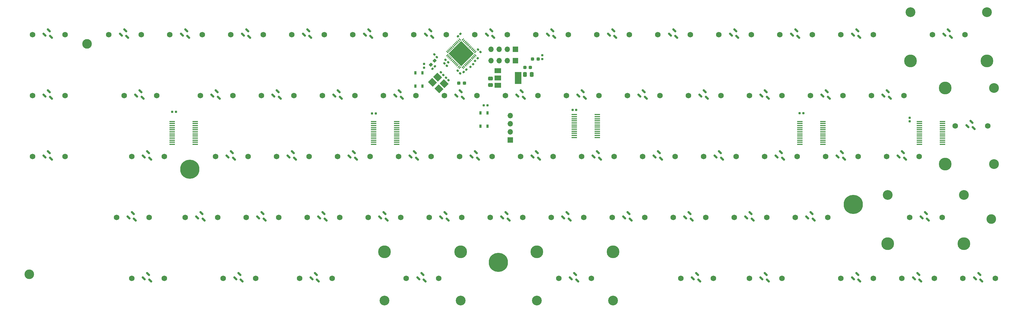
<source format=gbr>
%TF.GenerationSoftware,KiCad,Pcbnew,7.0.7*%
%TF.CreationDate,2023-11-08T12:28:35+01:00*%
%TF.ProjectId,macrolev,6d616372-6f6c-4657-962e-6b696361645f,1.0*%
%TF.SameCoordinates,Original*%
%TF.FileFunction,Soldermask,Bot*%
%TF.FilePolarity,Negative*%
%FSLAX46Y46*%
G04 Gerber Fmt 4.6, Leading zero omitted, Abs format (unit mm)*
G04 Created by KiCad (PCBNEW 7.0.7) date 2023-11-08 12:28:35*
%MOMM*%
%LPD*%
G01*
G04 APERTURE LIST*
G04 Aperture macros list*
%AMRoundRect*
0 Rectangle with rounded corners*
0 $1 Rounding radius*
0 $2 $3 $4 $5 $6 $7 $8 $9 X,Y pos of 4 corners*
0 Add a 4 corners polygon primitive as box body*
4,1,4,$2,$3,$4,$5,$6,$7,$8,$9,$2,$3,0*
0 Add four circle primitives for the rounded corners*
1,1,$1+$1,$2,$3*
1,1,$1+$1,$4,$5*
1,1,$1+$1,$6,$7*
1,1,$1+$1,$8,$9*
0 Add four rect primitives between the rounded corners*
20,1,$1+$1,$2,$3,$4,$5,0*
20,1,$1+$1,$4,$5,$6,$7,0*
20,1,$1+$1,$6,$7,$8,$9,0*
20,1,$1+$1,$8,$9,$2,$3,0*%
%AMRotRect*
0 Rectangle, with rotation*
0 The origin of the aperture is its center*
0 $1 length*
0 $2 width*
0 $3 Rotation angle, in degrees counterclockwise*
0 Add horizontal line*
21,1,$1,$2,0,0,$3*%
G04 Aperture macros list end*
%ADD10C,1.750000*%
%ADD11C,3.048000*%
%ADD12C,3.987800*%
%ADD13RoundRect,0.150000X-0.521491X0.309359X0.309359X-0.521491X0.521491X-0.309359X-0.309359X0.521491X0*%
%ADD14R,1.700000X1.700000*%
%ADD15O,1.700000X1.700000*%
%ADD16RoundRect,0.155000X0.155000X-0.212500X0.155000X0.212500X-0.155000X0.212500X-0.155000X-0.212500X0*%
%ADD17C,3.400000*%
%ADD18C,6.000000*%
%ADD19RoundRect,0.237500X0.300000X0.237500X-0.300000X0.237500X-0.300000X-0.237500X0.300000X-0.237500X0*%
%ADD20RoundRect,0.155000X-0.212500X-0.155000X0.212500X-0.155000X0.212500X0.155000X-0.212500X0.155000X0*%
%ADD21RoundRect,0.155000X0.259862X-0.040659X-0.040659X0.259862X-0.259862X0.040659X0.040659X-0.259862X0*%
%ADD22RoundRect,0.250000X-0.475000X0.337500X-0.475000X-0.337500X0.475000X-0.337500X0.475000X0.337500X0*%
%ADD23RoundRect,0.155000X-0.259862X0.040659X0.040659X-0.259862X0.259862X-0.040659X-0.040659X0.259862X0*%
%ADD24RoundRect,0.160000X-0.197500X-0.160000X0.197500X-0.160000X0.197500X0.160000X-0.197500X0.160000X0*%
%ADD25C,3.000000*%
%ADD26RoundRect,0.155000X-0.040659X-0.259862X0.259862X0.040659X0.040659X0.259862X-0.259862X-0.040659X0*%
%ADD27RoundRect,0.160000X-0.026517X-0.252791X0.252791X0.026517X0.026517X0.252791X-0.252791X-0.026517X0*%
%ADD28R,2.000000X1.500000*%
%ADD29R,2.000000X3.800000*%
%ADD30RoundRect,0.155000X0.040659X0.259862X-0.259862X-0.040659X-0.040659X-0.259862X0.259862X0.040659X0*%
%ADD31RoundRect,0.160000X0.026517X0.252791X-0.252791X-0.026517X-0.026517X-0.252791X0.252791X0.026517X0*%
%ADD32RoundRect,0.237500X0.287500X0.237500X-0.287500X0.237500X-0.287500X-0.237500X0.287500X-0.237500X0*%
%ADD33R,1.750000X0.450000*%
%ADD34R,0.650000X1.050000*%
%ADD35RoundRect,0.250000X-0.337500X-0.475000X0.337500X-0.475000X0.337500X0.475000X-0.337500X0.475000X0*%
%ADD36RoundRect,0.155000X0.212500X0.155000X-0.212500X0.155000X-0.212500X-0.155000X0.212500X-0.155000X0*%
%ADD37RoundRect,0.237500X0.035355X0.371231X-0.371231X-0.035355X-0.035355X-0.371231X0.371231X0.035355X0*%
%ADD38RotRect,2.100000X1.800000X135.000000*%
%ADD39RoundRect,0.160000X0.160000X-0.197500X0.160000X0.197500X-0.160000X0.197500X-0.160000X-0.197500X0*%
%ADD40RoundRect,0.062500X-0.220971X-0.309359X0.309359X0.220971X0.220971X0.309359X-0.309359X-0.220971X0*%
%ADD41RoundRect,0.062500X0.220971X-0.309359X0.309359X-0.220971X-0.220971X0.309359X-0.309359X0.220971X0*%
%ADD42RotRect,5.600000X5.600000X45.000000*%
%ADD43RoundRect,0.160000X-0.160000X0.197500X-0.160000X-0.197500X0.160000X-0.197500X0.160000X0.197500X0*%
G04 APERTURE END LIST*
D10*
%TO.C,( 5*%
X153982500Y-40000000D03*
X164142500Y-40000000D03*
%TD*%
%TO.C,enter*%
X323051250Y-68575000D03*
X333211250Y-68575000D03*
%TD*%
%TO.C,a*%
X87307500Y-59050000D03*
X97467500Y-59050000D03*
%TD*%
%TO.C,e*%
X125407500Y-59050000D03*
X135567500Y-59050000D03*
%TD*%
%TO.C,q*%
X92070000Y-78100000D03*
X102230000Y-78100000D03*
%TD*%
%TO.C,m*%
X263520000Y-78100000D03*
X273680000Y-78100000D03*
%TD*%
%TO.C,; .*%
X234945000Y-97150000D03*
X245105000Y-97150000D03*
%TD*%
%TO.C,j*%
X206370000Y-78100000D03*
X216530000Y-78100000D03*
%TD*%
%TO.C,$ \u002A \u20AC*%
X296857500Y-59050000D03*
X307017500Y-59050000D03*
%TD*%
%TO.C,backspace*%
X315920000Y-40000000D03*
X326080000Y-40000000D03*
%TD*%
%TO.C,y*%
X182557500Y-59050000D03*
X192717500Y-59050000D03*
%TD*%
%TO.C,= +*%
X273045000Y-97150000D03*
X283205000Y-97150000D03*
%TD*%
%TO.C,: /*%
X253995000Y-97150000D03*
X264155000Y-97150000D03*
%TD*%
%TO.C,rshift*%
X308763750Y-97150000D03*
X318923750Y-97150000D03*
%TD*%
D11*
%TO.C,REF\u002A\u002A*%
X216212500Y-123185000D03*
D12*
X216212500Y-107945000D03*
D11*
X192400000Y-123185000D03*
D12*
X192400000Y-107945000D03*
%TD*%
D10*
%TO.C,\u00F9 \u0025*%
X282570000Y-78100000D03*
X292730000Y-78100000D03*
%TD*%
%TO.C,left*%
X287332500Y-116200000D03*
X297492500Y-116200000D03*
%TD*%
%TO.C,f*%
X149220000Y-78100000D03*
X159380000Y-78100000D03*
%TD*%
%TO.C,caps lock*%
X65876250Y-78100000D03*
X76036250Y-78100000D03*
%TD*%
%TO.C,n*%
X196845000Y-97150000D03*
X207005000Y-97150000D03*
%TD*%
%TO.C,` \u00A3*%
X301620000Y-78100000D03*
X311780000Y-78100000D03*
%TD*%
%TO.C,r*%
X144457500Y-59050000D03*
X154617500Y-59050000D03*
%TD*%
%TO.C,t*%
X163507500Y-59050000D03*
X173667500Y-59050000D03*
%TD*%
%TO.C,p*%
X258757500Y-59050000D03*
X268917500Y-59050000D03*
%TD*%
%TO.C,& 1*%
X77782500Y-40000000D03*
X87942500Y-40000000D03*
%TD*%
%TO.C,v*%
X158745000Y-97150000D03*
X168905000Y-97150000D03*
%TD*%
%TO.C,down*%
X306382500Y-116200000D03*
X316542500Y-116200000D03*
%TD*%
%TO.C,- _*%
X287332500Y-40000000D03*
X297492500Y-40000000D03*
%TD*%
%TO.C,c*%
X139695000Y-97150000D03*
X149855000Y-97150000D03*
%TD*%
D11*
%TO.C,REF\u002A\u002A*%
X301937500Y-90165000D03*
D12*
X301937500Y-105405000D03*
D11*
X325750000Y-90165000D03*
D12*
X325750000Y-105405000D03*
%TD*%
D10*
%TO.C,s*%
X111120000Y-78100000D03*
X121280000Y-78100000D03*
%TD*%
%TO.C,d*%
X130170000Y-78100000D03*
X140330000Y-78100000D03*
%TD*%
D11*
%TO.C,REF\u002A\u002A*%
X168587500Y-123185000D03*
D12*
X168587500Y-107945000D03*
D11*
X144775000Y-123185000D03*
D12*
X144775000Y-107945000D03*
%TD*%
D10*
%TO.C,right*%
X325432500Y-116200000D03*
X335592500Y-116200000D03*
%TD*%
%TO.C,ctrl*%
X65876250Y-116200000D03*
X76036250Y-116200000D03*
%TD*%
%TO.C,< >*%
X82545000Y-97150000D03*
X92705000Y-97150000D03*
%TD*%
%TO.C,h*%
X187320000Y-78100000D03*
X197480000Y-78100000D03*
%TD*%
%TO.C,u*%
X201607500Y-59050000D03*
X211767500Y-59050000D03*
%TD*%
%TO.C,i*%
X220657500Y-59050000D03*
X230817500Y-59050000D03*
%TD*%
%TO.C,esc*%
X34920000Y-40000000D03*
X45080000Y-40000000D03*
%TD*%
%TO.C,l*%
X244470000Y-78100000D03*
X254630000Y-78100000D03*
%TD*%
%TO.C,! 8*%
X211132500Y-40000000D03*
X221292500Y-40000000D03*
%TD*%
D11*
%TO.C,REF\u002A\u002A*%
X309081250Y-33015000D03*
D12*
X309081250Y-48255000D03*
D11*
X332893750Y-33015000D03*
D12*
X332893750Y-48255000D03*
%TD*%
D10*
%TO.C,\u002C ?*%
X215895000Y-97150000D03*
X226055000Y-97150000D03*
%TD*%
%TO.C,\u00E9 2*%
X96832500Y-40000000D03*
X106992500Y-40000000D03*
%TD*%
%TO.C,lspace*%
X151601250Y-116200000D03*
X161761250Y-116200000D03*
%TD*%
%TO.C,fn*%
X34920000Y-78100000D03*
X45080000Y-78100000D03*
%TD*%
D12*
%TO.C,REF\u002A\u002A*%
X319876250Y-56668750D03*
X319876250Y-80481250D03*
D11*
X335116250Y-56668750D03*
X335116250Y-80481250D03*
%TD*%
D10*
%TO.C,\u00A7 6*%
X173032500Y-40000000D03*
X183192500Y-40000000D03*
%TD*%
%TO.C,\u00E0 0*%
X249232500Y-40000000D03*
X259392500Y-40000000D03*
%TD*%
%TO.C,option*%
X94451250Y-116200000D03*
X104611250Y-116200000D03*
%TD*%
%TO.C,b*%
X177795000Y-97150000D03*
X187955000Y-97150000D03*
%TD*%
%TO.C,tab*%
X63495000Y-59050000D03*
X73655000Y-59050000D03*
%TD*%
%TO.C," 3*%
X115882500Y-40000000D03*
X126042500Y-40000000D03*
%TD*%
%TO.C,option*%
X258757500Y-116200000D03*
X268917500Y-116200000D03*
%TD*%
%TO.C,w*%
X101595000Y-97150000D03*
X111755000Y-97150000D03*
%TD*%
%TO.C,cmd*%
X118263750Y-116200000D03*
X128423750Y-116200000D03*
%TD*%
%TO.C,' 4*%
X134932500Y-40000000D03*
X145092500Y-40000000D03*
%TD*%
%TO.C,x*%
X120645000Y-97150000D03*
X130805000Y-97150000D03*
%TD*%
%TO.C,g*%
X168270000Y-78100000D03*
X178430000Y-78100000D03*
%TD*%
%TO.C,^ \u00A8*%
X277807500Y-59050000D03*
X287967500Y-59050000D03*
%TD*%
%TO.C,@ #*%
X58732500Y-40000000D03*
X68892500Y-40000000D03*
%TD*%
%TO.C,cmd*%
X237320000Y-116200000D03*
X247480000Y-116200000D03*
%TD*%
%TO.C,lshift*%
X61113750Y-97150000D03*
X71273750Y-97150000D03*
%TD*%
%TO.C,k*%
X225420000Y-78100000D03*
X235580000Y-78100000D03*
%TD*%
%TO.C,fn2*%
X34920000Y-59050000D03*
X45080000Y-59050000D03*
%TD*%
%TO.C,) \u00B0*%
X268282500Y-40000000D03*
X278442500Y-40000000D03*
%TD*%
%TO.C,rspace*%
X199226250Y-116200000D03*
X209386250Y-116200000D03*
%TD*%
%TO.C,\u00E7 9*%
X230182500Y-40000000D03*
X240342500Y-40000000D03*
%TD*%
%TO.C,\u00E8 7*%
X192082500Y-40000000D03*
X202242500Y-40000000D03*
%TD*%
%TO.C,o*%
X239707500Y-59050000D03*
X249867500Y-59050000D03*
%TD*%
%TO.C,z*%
X106357500Y-59050000D03*
X116517500Y-59050000D03*
%TD*%
D13*
%TO.C,U36*%
X152965336Y-78108839D03*
X154308839Y-76765336D03*
X154962913Y-78762913D03*
%TD*%
D14*
%TO.C,J1*%
X185730000Y-44550000D03*
D15*
X183190000Y-44550000D03*
X180650000Y-44550000D03*
X178110000Y-44550000D03*
%TD*%
D16*
%TO.C,C16*%
X308800000Y-67117500D03*
X308800000Y-65982500D03*
%TD*%
D13*
%TO.C,U62*%
X202971586Y-116208839D03*
X204315089Y-114865336D03*
X204969163Y-116862913D03*
%TD*%
D17*
%TO.C,REF\u002A\u002A*%
X291200000Y-93100000D03*
D18*
X291200000Y-93100000D03*
%TD*%
D13*
%TO.C,U42*%
X267265336Y-78108839D03*
X268608839Y-76765336D03*
X269262913Y-78762913D03*
%TD*%
%TO.C,U48*%
X124390336Y-97158839D03*
X125733839Y-95815336D03*
X126387913Y-97812913D03*
%TD*%
%TO.C,U45*%
X64859086Y-97158839D03*
X66202589Y-95815336D03*
X66856663Y-97812913D03*
%TD*%
D19*
%TO.C,C1*%
X169750000Y-55175000D03*
X168025000Y-55175000D03*
%TD*%
D13*
%TO.C,U50*%
X162490336Y-97158839D03*
X163833839Y-95815336D03*
X164487913Y-97812913D03*
%TD*%
%TO.C,U2*%
X62477836Y-40008839D03*
X63821339Y-38665336D03*
X64475413Y-40662913D03*
%TD*%
%TO.C,U58*%
X69621586Y-116208839D03*
X70965089Y-114865336D03*
X71619163Y-116862913D03*
%TD*%
%TO.C,U29*%
X300602836Y-59058839D03*
X301946339Y-57715336D03*
X302600413Y-59712913D03*
%TD*%
%TO.C,U23*%
X186302836Y-59058839D03*
X187646339Y-57715336D03*
X188300413Y-59712913D03*
%TD*%
%TO.C,U59*%
X98196586Y-116208839D03*
X99540089Y-114865336D03*
X100194163Y-116862913D03*
%TD*%
%TO.C,U22*%
X167252836Y-59058839D03*
X168596339Y-57715336D03*
X169250413Y-59712913D03*
%TD*%
D20*
%TO.C,C17*%
X78532500Y-64150000D03*
X79667500Y-64150000D03*
%TD*%
D13*
%TO.C,U18*%
X91052836Y-59058839D03*
X92396339Y-57715336D03*
X93050413Y-59712913D03*
%TD*%
D21*
%TO.C,C13*%
X163191968Y-52602145D03*
X162389402Y-51799579D03*
%TD*%
D13*
%TO.C,U21*%
X148202836Y-59058839D03*
X149546339Y-57715336D03*
X150200413Y-59712913D03*
%TD*%
D22*
%TO.C,C11*%
X177925000Y-53690832D03*
X177925000Y-55765832D03*
%TD*%
D13*
%TO.C,U28*%
X281552836Y-59058839D03*
X282896339Y-57715336D03*
X283550413Y-59712913D03*
%TD*%
%TO.C,U43*%
X286315336Y-78108839D03*
X287658839Y-76765336D03*
X288312913Y-78762913D03*
%TD*%
%TO.C,U60*%
X122009086Y-116208839D03*
X123352589Y-114865336D03*
X124006663Y-116862913D03*
%TD*%
D23*
%TO.C,C2*%
X167656255Y-51301586D03*
X168458821Y-52104152D03*
%TD*%
D13*
%TO.C,U51*%
X181540336Y-97158839D03*
X182883839Y-95815336D03*
X183537913Y-97812913D03*
%TD*%
%TO.C,U55*%
X257740336Y-97158839D03*
X259083839Y-95815336D03*
X259737913Y-97812913D03*
%TD*%
%TO.C,U30*%
X326796586Y-68583839D03*
X328140089Y-67240336D03*
X328794163Y-69237913D03*
%TD*%
%TO.C,U8*%
X176777836Y-40008839D03*
X178121339Y-38665336D03*
X178775413Y-40662913D03*
%TD*%
D24*
%TO.C,R4*%
X175802500Y-62075000D03*
X176997500Y-62075000D03*
%TD*%
D13*
%TO.C,U1*%
X38665336Y-40008839D03*
X40008839Y-38665336D03*
X40662913Y-40662913D03*
%TD*%
%TO.C,U61*%
X155346586Y-116208839D03*
X156690089Y-114865336D03*
X157344163Y-116862913D03*
%TD*%
D20*
%TO.C,C15*%
X274432500Y-64550000D03*
X275567500Y-64550000D03*
%TD*%
D25*
%TO.C,FID2*%
X51906250Y-42857500D03*
%TD*%
D13*
%TO.C,U27*%
X262502836Y-59058839D03*
X263846339Y-57715336D03*
X264500413Y-59712913D03*
%TD*%
%TO.C,U19*%
X110102836Y-59058839D03*
X111446339Y-57715336D03*
X112100413Y-59712913D03*
%TD*%
%TO.C,U5*%
X119627836Y-40008839D03*
X120971339Y-38665336D03*
X121625413Y-40662913D03*
%TD*%
%TO.C,U47*%
X105340336Y-97158839D03*
X106683839Y-95815336D03*
X107337913Y-97812913D03*
%TD*%
%TO.C,U34*%
X114865336Y-78108839D03*
X116208839Y-76765336D03*
X116862913Y-78762913D03*
%TD*%
D14*
%TO.C,J2*%
X184075000Y-72945000D03*
D15*
X184075000Y-70405000D03*
X184075000Y-67865000D03*
X184075000Y-65325000D03*
%TD*%
D13*
%TO.C,U66*%
X310127836Y-116208839D03*
X311471339Y-114865336D03*
X312125413Y-116862913D03*
%TD*%
%TO.C,U26*%
X243452836Y-59058839D03*
X244796339Y-57715336D03*
X245450413Y-59712913D03*
%TD*%
D26*
%TO.C,C3*%
X169562749Y-51709411D03*
X170365315Y-50906845D03*
%TD*%
D25*
%TO.C,FID1*%
X33850000Y-114900000D03*
%TD*%
D27*
%TO.C,R2*%
X171627501Y-50068923D03*
X172472493Y-49223931D03*
%TD*%
D13*
%TO.C,U6*%
X138677836Y-40008839D03*
X140021339Y-38665336D03*
X140675413Y-40662913D03*
%TD*%
%TO.C,U64*%
X262502836Y-116208839D03*
X263846339Y-114865336D03*
X264500413Y-116862913D03*
%TD*%
D28*
%TO.C,U68*%
X180225000Y-55850000D03*
X180225000Y-53550000D03*
D29*
X186525000Y-53550000D03*
D28*
X180225000Y-51250000D03*
%TD*%
D23*
%TO.C,C6*%
X163873234Y-47872118D03*
X164675800Y-48674684D03*
%TD*%
D30*
%TO.C,C8*%
X160550000Y-49875000D03*
X159747434Y-50677566D03*
%TD*%
D31*
%TO.C,R1*%
X173886707Y-47385454D03*
X173041715Y-48230446D03*
%TD*%
D13*
%TO.C,U56*%
X276790336Y-97158839D03*
X278133839Y-95815336D03*
X278787913Y-97812913D03*
%TD*%
%TO.C,U63*%
X241071586Y-116208839D03*
X242415089Y-114865336D03*
X243069163Y-116862913D03*
%TD*%
D32*
%TO.C,FB2*%
X190375000Y-50250000D03*
X188625000Y-50250000D03*
%TD*%
D13*
%TO.C,U20*%
X129152836Y-59058839D03*
X130496339Y-57715336D03*
X131150413Y-59712913D03*
%TD*%
%TO.C,U7*%
X157727836Y-40008839D03*
X159071339Y-38665336D03*
X159725413Y-40662913D03*
%TD*%
D33*
%TO.C,AMUX4*%
X319082500Y-67140000D03*
X319082500Y-67790000D03*
X319082500Y-68440000D03*
X319082500Y-69090000D03*
X319082500Y-69740000D03*
X319082500Y-70390000D03*
X319082500Y-71040000D03*
X319082500Y-71690000D03*
X319082500Y-72340000D03*
X319082500Y-72990000D03*
X319082500Y-73640000D03*
X319082500Y-74290000D03*
X311882500Y-74290000D03*
X311882500Y-73640000D03*
X311882500Y-72990000D03*
X311882500Y-72340000D03*
X311882500Y-71690000D03*
X311882500Y-71040000D03*
X311882500Y-70390000D03*
X311882500Y-69740000D03*
X311882500Y-69090000D03*
X311882500Y-68440000D03*
X311882500Y-67790000D03*
X311882500Y-67140000D03*
%TD*%
D14*
%TO.C,J3*%
X185730000Y-48150000D03*
D15*
X183190000Y-48150000D03*
X180650000Y-48150000D03*
X178110000Y-48150000D03*
%TD*%
D13*
%TO.C,U52*%
X200590336Y-97158839D03*
X201933839Y-95815336D03*
X202587913Y-97812913D03*
%TD*%
%TO.C,U14*%
X291077836Y-40008839D03*
X292421339Y-38665336D03*
X293075413Y-40662913D03*
%TD*%
%TO.C,U33*%
X95815336Y-78108839D03*
X97158839Y-76765336D03*
X97812913Y-78762913D03*
%TD*%
%TO.C,U44*%
X305365336Y-78108839D03*
X306708839Y-76765336D03*
X307362913Y-78762913D03*
%TD*%
D33*
%TO.C,AMUX3*%
X281725000Y-67140000D03*
X281725000Y-67790000D03*
X281725000Y-68440000D03*
X281725000Y-69090000D03*
X281725000Y-69740000D03*
X281725000Y-70390000D03*
X281725000Y-71040000D03*
X281725000Y-71690000D03*
X281725000Y-72340000D03*
X281725000Y-72990000D03*
X281725000Y-73640000D03*
X281725000Y-74290000D03*
X274525000Y-74290000D03*
X274525000Y-73640000D03*
X274525000Y-72990000D03*
X274525000Y-72340000D03*
X274525000Y-71690000D03*
X274525000Y-71040000D03*
X274525000Y-70390000D03*
X274525000Y-69740000D03*
X274525000Y-69090000D03*
X274525000Y-68440000D03*
X274525000Y-67790000D03*
X274525000Y-67140000D03*
%TD*%
D13*
%TO.C,U16*%
X38665336Y-59058839D03*
X40008839Y-57715336D03*
X40662913Y-59712913D03*
%TD*%
D34*
%TO.C,SW2*%
X174800000Y-64475000D03*
X174800000Y-68625000D03*
X176950000Y-64475000D03*
X176950000Y-68625000D03*
%TD*%
D13*
%TO.C,U12*%
X252977836Y-40008839D03*
X254321339Y-38665336D03*
X254975413Y-40662913D03*
%TD*%
D35*
%TO.C,C10*%
X188687500Y-52450000D03*
X190762500Y-52450000D03*
%TD*%
D13*
%TO.C,U38*%
X191065336Y-78108839D03*
X192408839Y-76765336D03*
X193062913Y-78762913D03*
%TD*%
D36*
%TO.C,C14*%
X204667500Y-63500000D03*
X203532500Y-63500000D03*
%TD*%
D13*
%TO.C,U54*%
X238690336Y-97158839D03*
X240033839Y-95815336D03*
X240687913Y-97812913D03*
%TD*%
%TO.C,U49*%
X143440336Y-97158839D03*
X144783839Y-95815336D03*
X145437913Y-97812913D03*
%TD*%
%TO.C,U9*%
X195827836Y-40008839D03*
X197171339Y-38665336D03*
X197825413Y-40662913D03*
%TD*%
D32*
%TO.C,D1*%
X192775000Y-47600000D03*
X191025000Y-47600000D03*
%TD*%
D13*
%TO.C,U37*%
X172015336Y-78108839D03*
X173358839Y-76765336D03*
X174012913Y-78762913D03*
%TD*%
D30*
%TO.C,C5*%
X168526283Y-39723717D03*
X167723717Y-40526283D03*
%TD*%
D37*
%TO.C,FB1*%
X160493718Y-48131282D03*
X159256282Y-49368718D03*
%TD*%
D13*
%TO.C,U3*%
X81527836Y-40008839D03*
X82871339Y-38665336D03*
X83525413Y-40662913D03*
%TD*%
%TO.C,U25*%
X224402836Y-59058839D03*
X225746339Y-57715336D03*
X226400413Y-59712913D03*
%TD*%
D21*
%TO.C,C9*%
X164307178Y-49752493D03*
X163504612Y-48949927D03*
%TD*%
D13*
%TO.C,U39*%
X210115336Y-78108839D03*
X211458839Y-76765336D03*
X212112913Y-78762913D03*
%TD*%
%TO.C,U46*%
X86290336Y-97158839D03*
X87633839Y-95815336D03*
X88287913Y-97812913D03*
%TD*%
D17*
%TO.C,REF\u002A\u002A*%
X84000000Y-82100000D03*
D18*
X84000000Y-82100000D03*
%TD*%
D13*
%TO.C,U57*%
X312509086Y-97158839D03*
X313852589Y-95815336D03*
X314506663Y-97812913D03*
%TD*%
%TO.C,U17*%
X67240336Y-59058839D03*
X68583839Y-57715336D03*
X69237913Y-59712913D03*
%TD*%
%TO.C,U10*%
X214877836Y-40008839D03*
X216221339Y-38665336D03*
X216875413Y-40662913D03*
%TD*%
%TO.C,U31*%
X38665336Y-78108839D03*
X40008839Y-76765336D03*
X40662913Y-78762913D03*
%TD*%
%TO.C,U65*%
X291077836Y-116208839D03*
X292421339Y-114865336D03*
X293075413Y-116862913D03*
%TD*%
%TO.C,U13*%
X272027836Y-40008839D03*
X273371339Y-38665336D03*
X274025413Y-40662913D03*
%TD*%
D21*
%TO.C,C7*%
X161151283Y-47026283D03*
X160348717Y-46223717D03*
%TD*%
D34*
%TO.C,SW1*%
X154475000Y-51975000D03*
X154475000Y-56125000D03*
X156625000Y-51975000D03*
X156625000Y-56125000D03*
%TD*%
D38*
%TO.C,Y1*%
X161800736Y-56938478D03*
X159750126Y-54887868D03*
X161376472Y-53261522D03*
X163427082Y-55312132D03*
%TD*%
D13*
%TO.C,U40*%
X229165336Y-78108839D03*
X230508839Y-76765336D03*
X231162913Y-78762913D03*
%TD*%
D39*
%TO.C,R5*%
X194100000Y-47597500D03*
X194100000Y-46402500D03*
%TD*%
D13*
%TO.C,U35*%
X133915336Y-78108839D03*
X135258839Y-76765336D03*
X135912913Y-78762913D03*
%TD*%
%TO.C,U15*%
X319652836Y-40008839D03*
X320996339Y-38665336D03*
X321650413Y-40662913D03*
%TD*%
%TO.C,U11*%
X233927836Y-40008839D03*
X235271339Y-38665336D03*
X235925413Y-40662913D03*
%TD*%
D33*
%TO.C,AMUX0*%
X85720000Y-67140000D03*
X85720000Y-67790000D03*
X85720000Y-68440000D03*
X85720000Y-69090000D03*
X85720000Y-69740000D03*
X85720000Y-70390000D03*
X85720000Y-71040000D03*
X85720000Y-71690000D03*
X85720000Y-72340000D03*
X85720000Y-72990000D03*
X85720000Y-73640000D03*
X85720000Y-74290000D03*
X78520000Y-74290000D03*
X78520000Y-73640000D03*
X78520000Y-72990000D03*
X78520000Y-72340000D03*
X78520000Y-71690000D03*
X78520000Y-71040000D03*
X78520000Y-70390000D03*
X78520000Y-69740000D03*
X78520000Y-69090000D03*
X78520000Y-68440000D03*
X78520000Y-67790000D03*
X78520000Y-67140000D03*
%TD*%
D13*
%TO.C,U4*%
X100577836Y-40008839D03*
X101921339Y-38665336D03*
X102575413Y-40662913D03*
%TD*%
D33*
%TO.C,AMUX2*%
X211240000Y-65000000D03*
X211240000Y-65650000D03*
X211240000Y-66300000D03*
X211240000Y-66950000D03*
X211240000Y-67600000D03*
X211240000Y-68250000D03*
X211240000Y-68900000D03*
X211240000Y-69550000D03*
X211240000Y-70200000D03*
X211240000Y-70850000D03*
X211240000Y-71500000D03*
X211240000Y-72150000D03*
X204040000Y-72150000D03*
X204040000Y-71500000D03*
X204040000Y-70850000D03*
X204040000Y-70200000D03*
X204040000Y-69550000D03*
X204040000Y-68900000D03*
X204040000Y-68250000D03*
X204040000Y-67600000D03*
X204040000Y-66950000D03*
X204040000Y-66300000D03*
X204040000Y-65650000D03*
X204040000Y-65000000D03*
%TD*%
D40*
%TO.C,U69*%
X168313864Y-50315172D03*
X167960311Y-49961619D03*
X167606757Y-49608065D03*
X167253204Y-49254512D03*
X166899651Y-48900959D03*
X166546097Y-48547405D03*
X166192544Y-48193852D03*
X165838990Y-47840298D03*
X165485437Y-47486745D03*
X165131884Y-47133192D03*
X164778330Y-46779638D03*
X164424777Y-46426085D03*
D41*
X164424777Y-45453813D03*
X164778330Y-45100260D03*
X165131884Y-44746706D03*
X165485437Y-44393153D03*
X165838990Y-44039600D03*
X166192544Y-43686046D03*
X166546097Y-43332493D03*
X166899651Y-42978939D03*
X167253204Y-42625386D03*
X167606757Y-42271833D03*
X167960311Y-41918279D03*
X168313864Y-41564726D03*
D40*
X169286136Y-41564726D03*
X169639689Y-41918279D03*
X169993243Y-42271833D03*
X170346796Y-42625386D03*
X170700349Y-42978939D03*
X171053903Y-43332493D03*
X171407456Y-43686046D03*
X171761010Y-44039600D03*
X172114563Y-44393153D03*
X172468116Y-44746706D03*
X172821670Y-45100260D03*
X173175223Y-45453813D03*
D41*
X173175223Y-46426085D03*
X172821670Y-46779638D03*
X172468116Y-47133192D03*
X172114563Y-47486745D03*
X171761010Y-47840298D03*
X171407456Y-48193852D03*
X171053903Y-48547405D03*
X170700349Y-48900959D03*
X170346796Y-49254512D03*
X169993243Y-49608065D03*
X169639689Y-49961619D03*
X169286136Y-50315172D03*
D42*
X168800000Y-45939949D03*
%TD*%
D43*
%TO.C,R3*%
X157200000Y-49152500D03*
X157200000Y-50347500D03*
%TD*%
D13*
%TO.C,U24*%
X205352836Y-59058839D03*
X206696339Y-57715336D03*
X207350413Y-59712913D03*
%TD*%
%TO.C,U41*%
X248215336Y-78108839D03*
X249558839Y-76765336D03*
X250212913Y-78762913D03*
%TD*%
D23*
%TO.C,C12*%
X164015748Y-53425925D03*
X164818314Y-54228491D03*
%TD*%
D13*
%TO.C,U67*%
X329177836Y-116208839D03*
X330521339Y-114865336D03*
X331175413Y-116862913D03*
%TD*%
D33*
%TO.C,AMUX1*%
X148585000Y-67140000D03*
X148585000Y-67790000D03*
X148585000Y-68440000D03*
X148585000Y-69090000D03*
X148585000Y-69740000D03*
X148585000Y-70390000D03*
X148585000Y-71040000D03*
X148585000Y-71690000D03*
X148585000Y-72340000D03*
X148585000Y-72990000D03*
X148585000Y-73640000D03*
X148585000Y-74290000D03*
X141385000Y-74290000D03*
X141385000Y-73640000D03*
X141385000Y-72990000D03*
X141385000Y-72340000D03*
X141385000Y-71690000D03*
X141385000Y-71040000D03*
X141385000Y-70390000D03*
X141385000Y-69740000D03*
X141385000Y-69090000D03*
X141385000Y-68440000D03*
X141385000Y-67790000D03*
X141385000Y-67140000D03*
%TD*%
D20*
%TO.C,C18*%
X140932500Y-64600000D03*
X142067500Y-64600000D03*
%TD*%
D17*
%TO.C,REF\u002A\u002A*%
X180400000Y-111200000D03*
D18*
X180400000Y-111200000D03*
%TD*%
D21*
%TO.C,C4*%
X174801283Y-45451283D03*
X173998717Y-44648717D03*
%TD*%
D13*
%TO.C,U53*%
X219640336Y-97158839D03*
X220983839Y-95815336D03*
X221637913Y-97812913D03*
%TD*%
%TO.C,U32*%
X69621586Y-78108839D03*
X70965089Y-76765336D03*
X71619163Y-78762913D03*
%TD*%
D25*
%TO.C,FID3*%
X334322500Y-97626250D03*
%TD*%
M02*

</source>
